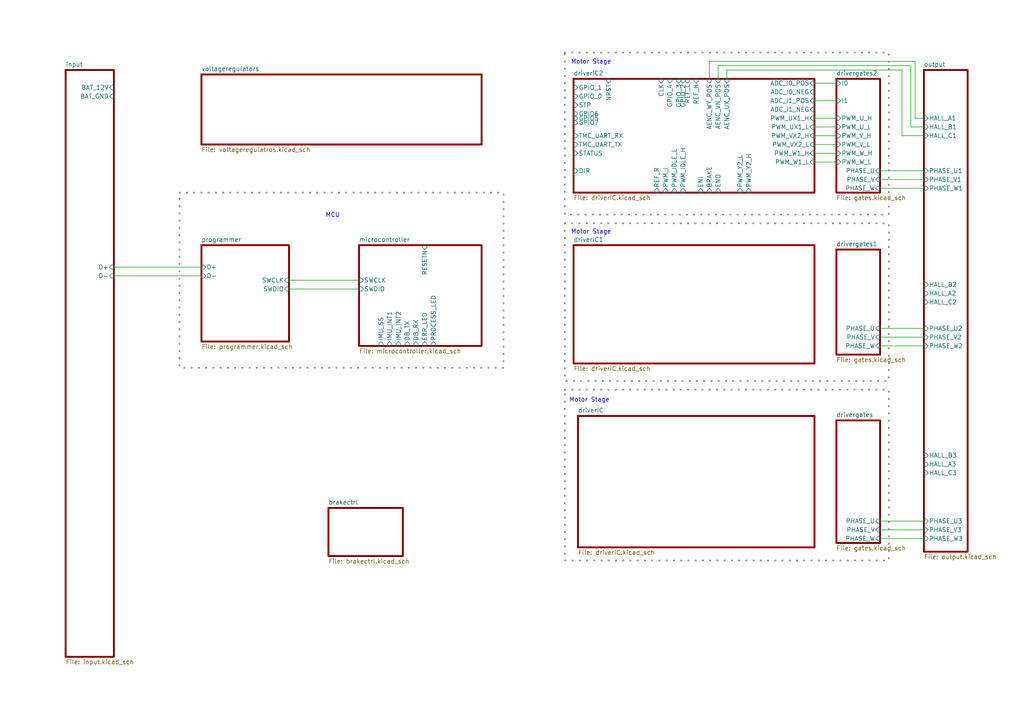
<source format=kicad_sch>
(kicad_sch
	(version 20231120)
	(generator "eeschema")
	(generator_version "8.0")
	(uuid "c7634e88-16d1-45ec-9aac-9c841e03cf6d")
	(paper "A4")
	(lib_symbols)
	(wire
		(pts
			(xy 236.22 44.45) (xy 242.57 44.45)
		)
		(stroke
			(width 0)
			(type default)
		)
		(uuid "04571961-bb7f-4cc8-a6b3-57e1b29d828b")
	)
	(wire
		(pts
			(xy 261.62 39.37) (xy 261.62 20.32)
		)
		(stroke
			(width 0)
			(type default)
		)
		(uuid "05cf0bd4-c9f2-4299-95d8-755d28674c04")
	)
	(wire
		(pts
			(xy 255.27 95.25) (xy 267.97 95.25)
		)
		(stroke
			(width 0)
			(type default)
		)
		(uuid "065881be-34ff-4729-ba62-d87c8d6e601a")
	)
	(wire
		(pts
			(xy 236.22 41.91) (xy 242.57 41.91)
		)
		(stroke
			(width 0)
			(type default)
		)
		(uuid "0f753932-1d40-45d0-a893-c90331c2f4c2")
	)
	(wire
		(pts
			(xy 255.27 54.61) (xy 267.97 54.61)
		)
		(stroke
			(width 0)
			(type default)
		)
		(uuid "0f88648d-1ce7-4b0c-94aa-427f967fabff")
	)
	(wire
		(pts
			(xy 236.22 39.37) (xy 242.57 39.37)
		)
		(stroke
			(width 0)
			(type default)
		)
		(uuid "2339f343-ef04-45b0-a85a-83948d5d3cb5")
	)
	(wire
		(pts
			(xy 267.97 39.37) (xy 261.62 39.37)
		)
		(stroke
			(width 0)
			(type default)
		)
		(uuid "2457e9a3-dfa1-4d56-862a-c016b0c80f12")
	)
	(wire
		(pts
			(xy 255.27 100.33) (xy 267.97 100.33)
		)
		(stroke
			(width 0)
			(type default)
		)
		(uuid "26fcbc6d-5fc0-44f1-82fb-1275cbe35032")
	)
	(wire
		(pts
			(xy 265.43 17.78) (xy 205.74 17.78)
		)
		(stroke
			(width 0)
			(type default)
		)
		(uuid "2976c00a-23d0-4069-ba1b-2045765d48c9")
	)
	(wire
		(pts
			(xy 33.02 80.01) (xy 58.42 80.01)
		)
		(stroke
			(width 0)
			(type default)
		)
		(uuid "33c36a6e-4bdd-43d3-9ded-2e55150abb4e")
	)
	(wire
		(pts
			(xy 265.43 34.29) (xy 265.43 17.78)
		)
		(stroke
			(width 0)
			(type default)
		)
		(uuid "37d198fd-1f1c-4d25-8cbf-35629c736303")
	)
	(wire
		(pts
			(xy 83.82 81.28) (xy 104.14 81.28)
		)
		(stroke
			(width 0)
			(type default)
		)
		(uuid "382ccccb-0f87-42ee-b38a-5fa94bd0e182")
	)
	(wire
		(pts
			(xy 83.82 83.82) (xy 104.14 83.82)
		)
		(stroke
			(width 0)
			(type default)
		)
		(uuid "46999ce0-7ed7-4715-b188-b54bd6dcd8b9")
	)
	(wire
		(pts
			(xy 264.16 19.05) (xy 208.28 19.05)
		)
		(stroke
			(width 0)
			(type default)
		)
		(uuid "4721fddf-8c9c-4dbc-b629-74993e3fd814")
	)
	(wire
		(pts
			(xy 255.27 97.79) (xy 267.97 97.79)
		)
		(stroke
			(width 0)
			(type default)
		)
		(uuid "4a7e9646-aa9f-4fce-b462-6b8eced82b90")
	)
	(wire
		(pts
			(xy 255.27 151.13) (xy 267.97 151.13)
		)
		(stroke
			(width 0)
			(type default)
		)
		(uuid "4dde2534-c716-4893-a451-6218550f5fb5")
	)
	(wire
		(pts
			(xy 236.22 24.13) (xy 242.57 24.13)
		)
		(stroke
			(width 0)
			(type default)
		)
		(uuid "505446f8-c673-4d64-a723-243a83f6b132")
	)
	(wire
		(pts
			(xy 208.28 19.05) (xy 208.28 22.86)
		)
		(stroke
			(width 0)
			(type default)
		)
		(uuid "55a1fbd1-d87a-4240-bfe8-38df0475d4f7")
	)
	(wire
		(pts
			(xy 255.27 52.07) (xy 267.97 52.07)
		)
		(stroke
			(width 0)
			(type default)
		)
		(uuid "61d437df-1d2f-4c3b-8ca4-8c8de24d258a")
	)
	(wire
		(pts
			(xy 267.97 36.83) (xy 264.16 36.83)
		)
		(stroke
			(width 0)
			(type default)
		)
		(uuid "626c3726-34d8-4537-a71c-d0c59b87e728")
	)
	(wire
		(pts
			(xy 267.97 34.29) (xy 265.43 34.29)
		)
		(stroke
			(width 0)
			(type default)
		)
		(uuid "6b87efcf-0443-41a5-a46d-74dae1a42914")
	)
	(wire
		(pts
			(xy 210.82 20.32) (xy 210.82 22.86)
		)
		(stroke
			(width 0)
			(type default)
		)
		(uuid "7292794a-fb99-475f-8c45-1369fe9a2870")
	)
	(wire
		(pts
			(xy 261.62 20.32) (xy 210.82 20.32)
		)
		(stroke
			(width 0)
			(type default)
		)
		(uuid "80ff231d-c9d8-4963-bb8f-fc450952195f")
	)
	(wire
		(pts
			(xy 255.27 156.21) (xy 267.97 156.21)
		)
		(stroke
			(width 0)
			(type default)
		)
		(uuid "85efe37c-437a-46bb-b714-be2c16d25293")
	)
	(wire
		(pts
			(xy 236.22 36.83) (xy 242.57 36.83)
		)
		(stroke
			(width 0)
			(type default)
		)
		(uuid "865f1c6d-ece7-4aa0-a4fa-74e7a322fa06")
	)
	(wire
		(pts
			(xy 236.22 34.29) (xy 242.57 34.29)
		)
		(stroke
			(width 0)
			(type default)
		)
		(uuid "8de82ee2-8275-43c8-ada0-36a37620e2f4")
	)
	(wire
		(pts
			(xy 255.27 49.53) (xy 267.97 49.53)
		)
		(stroke
			(width 0)
			(type default)
		)
		(uuid "a848f399-b57c-466c-9afe-22426fa4cbe5")
	)
	(wire
		(pts
			(xy 33.02 77.47) (xy 58.42 77.47)
		)
		(stroke
			(width 0)
			(type default)
		)
		(uuid "b8ec83c0-9d3e-48b6-9489-6378188e6cc8")
	)
	(wire
		(pts
			(xy 205.74 17.78) (xy 205.74 22.86)
		)
		(stroke
			(width 0)
			(type default)
		)
		(uuid "bcbcd3d3-3e1e-49e2-9780-4e89cbad5e55")
	)
	(wire
		(pts
			(xy 236.22 46.99) (xy 242.57 46.99)
		)
		(stroke
			(width 0)
			(type default)
		)
		(uuid "e49279b5-04ad-4794-a222-87d04f41038a")
	)
	(wire
		(pts
			(xy 255.27 153.67) (xy 267.97 153.67)
		)
		(stroke
			(width 0)
			(type default)
		)
		(uuid "eb49b71f-f4d0-48e1-a3c1-e456d2297034")
	)
	(wire
		(pts
			(xy 236.22 29.21) (xy 242.57 29.21)
		)
		(stroke
			(width 0)
			(type default)
		)
		(uuid "ee71b3a9-bd6a-400e-8549-4e06e78ee743")
	)
	(wire
		(pts
			(xy 264.16 36.83) (xy 264.16 19.05)
		)
		(stroke
			(width 0)
			(type default)
		)
		(uuid "fa8dc1bd-4a29-4789-983b-069c81c63fdb")
	)
	(rectangle
		(start 163.83 64.77)
		(end 257.81 110.49)
		(stroke
			(width 0.5)
			(type dot)
			(color 132 132 132 1)
		)
		(fill
			(type none)
		)
		(uuid 7ba90286-5edf-49a8-9901-aa4f80cf98ed)
	)
	(rectangle
		(start 163.83 15.24)
		(end 257.81 62.23)
		(stroke
			(width 0.5)
			(type dot)
			(color 132 132 132 1)
		)
		(fill
			(type none)
		)
		(uuid 89ae0da0-6d13-40e1-888c-558946975931)
	)
	(rectangle
		(start 163.83 113.03)
		(end 257.81 162.56)
		(stroke
			(width 0.5)
			(type dot)
			(color 132 132 132 1)
		)
		(fill
			(type none)
		)
		(uuid d119cdcc-ff54-4987-81d2-42ab89d50408)
	)
	(rectangle
		(start 52.07 55.88)
		(end 146.05 106.68)
		(stroke
			(width 0.5)
			(type dot)
			(color 132 132 132 1)
		)
		(fill
			(type none)
		)
		(uuid e81d2978-7bad-402c-8648-671640392bf2)
	)
	(text "MCU"
		(exclude_from_sim no)
		(at 96.52 62.484 0)
		(effects
			(font
				(size 1.27 1.27)
			)
		)
		(uuid "b0b6435e-f637-4dc8-b197-4633566efbf8")
	)
	(text "Motor Stage"
		(exclude_from_sim no)
		(at 171.45 18.034 0)
		(effects
			(font
				(size 1.27 1.27)
			)
		)
		(uuid "c5858e96-5931-4a7f-af44-3bce7be33640")
	)
	(text "Motor Stage"
		(exclude_from_sim no)
		(at 170.942 116.078 0)
		(effects
			(font
				(size 1.27 1.27)
			)
		)
		(uuid "d641d689-3eac-4ba7-8af3-628a257e4e1e")
	)
	(text "Motor Stage"
		(exclude_from_sim no)
		(at 171.45 67.31 0)
		(effects
			(font
				(size 1.27 1.27)
			)
		)
		(uuid "e449aee4-de4b-46b9-ab0e-516859dc8c5d")
	)
	(sheet
		(at 167.64 120.65)
		(size 68.58 38.1)
		(fields_autoplaced yes)
		(stroke
			(width 0.5)
			(type solid)
		)
		(fill
			(color 0 0 0 0.0000)
		)
		(uuid "095cf403-627e-473d-974a-cb1fe8ca8b1f")
		(property "Sheetname" "driverIC"
			(at 167.64 119.7646 0)
			(effects
				(font
					(size 1.27 1.27)
				)
				(justify left bottom)
			)
		)
		(property "Sheetfile" "driverIC.kicad_sch"
			(at 167.64 159.5084 0)
			(effects
				(font
					(size 1.27 1.27)
				)
				(justify left top)
			)
		)
		(instances
			(project "motordriver"
				(path "/c7634e88-16d1-45ec-9aac-9c841e03cf6d"
					(page "7")
				)
			)
		)
	)
	(sheet
		(at 19.05 20.32)
		(size 13.97 170.18)
		(fields_autoplaced yes)
		(stroke
			(width 0.5)
			(type solid)
		)
		(fill
			(color 0 0 0 0.0000)
		)
		(uuid "38bc72d2-c2f6-4538-9c33-e1ab2a8ac987")
		(property "Sheetname" "input"
			(at 19.05 19.4346 0)
			(effects
				(font
					(size 1.27 1.27)
				)
				(justify left bottom)
			)
		)
		(property "Sheetfile" "input.kicad_sch"
			(at 19.05 191.2584 0)
			(effects
				(font
					(size 1.27 1.27)
				)
				(justify left top)
			)
		)
		(pin "BAT_12V" input
			(at 33.02 25.4 0)
			(effects
				(font
					(size 1.27 1.27)
				)
				(justify right)
			)
			(uuid "b31eecae-60fb-414d-a70b-34d08c1ae6a8")
		)
		(pin "BAT_GND" input
			(at 33.02 27.94 0)
			(effects
				(font
					(size 1.27 1.27)
				)
				(justify right)
			)
			(uuid "e9d1bd2e-9eee-4b8a-b8c4-e3c570745ca1")
		)
		(pin "D+" input
			(at 33.02 77.47 0)
			(effects
				(font
					(size 1.27 1.27)
				)
				(justify right)
			)
			(uuid "a574579f-8e83-4b56-866e-ddcee05b0ebc")
		)
		(pin "D-" input
			(at 33.02 80.01 0)
			(effects
				(font
					(size 1.27 1.27)
				)
				(justify right)
			)
			(uuid "5fbe2461-66f9-456b-acbd-91ef64f92fbf")
		)
		(instances
			(project "motordriver"
				(path "/c7634e88-16d1-45ec-9aac-9c841e03cf6d"
					(page "5")
				)
			)
		)
	)
	(sheet
		(at 166.37 22.86)
		(size 69.85 33.02)
		(fields_autoplaced yes)
		(stroke
			(width 0.5)
			(type solid)
		)
		(fill
			(color 0 0 0 0.0000)
		)
		(uuid "3a57148f-9ebd-4906-ad6b-7dbf7876a4a8")
		(property "Sheetname" "driverIC2"
			(at 166.37 21.9746 0)
			(effects
				(font
					(size 1.27 1.27)
				)
				(justify left bottom)
			)
		)
		(property "Sheetfile" "driverIC.kicad_sch"
			(at 166.37 56.6384 0)
			(effects
				(font
					(size 1.27 1.27)
				)
				(justify left top)
			)
		)
		(pin "ADC_I1_POS" input
			(at 236.22 29.21 0)
			(effects
				(font
					(size 1.27 1.27)
				)
				(justify right)
			)
			(uuid "ef5cad3f-2458-41c0-a9b2-88c141f2c30b")
		)
		(pin "GPIO7" input
			(at 166.37 35.56 180)
			(effects
				(font
					(size 1.27 1.27)
				)
				(justify left)
			)
			(uuid "4a7b5d15-cd89-4bb6-b6db-deb122597ebf")
		)
		(pin "ADC_I1_NEG" input
			(at 236.22 31.75 0)
			(effects
				(font
					(size 1.27 1.27)
				)
				(justify right)
			)
			(uuid "5bd085b3-6688-462b-83ce-99792619f5ec")
		)
		(pin "ADC_I0_NEG" input
			(at 236.22 26.67 0)
			(effects
				(font
					(size 1.27 1.27)
				)
				(justify right)
			)
			(uuid "75aef437-50cb-44d7-8e63-b53f45919969")
		)
		(pin "TMC_UART_RX" input
			(at 166.37 39.37 180)
			(effects
				(font
					(size 1.27 1.27)
				)
				(justify left)
			)
			(uuid "eff8fd84-5ebe-4256-bb24-5a213b96ba42")
		)
		(pin "TMC_UART_TX" input
			(at 166.37 41.91 180)
			(effects
				(font
					(size 1.27 1.27)
				)
				(justify left)
			)
			(uuid "3dd596e0-d375-4faa-b931-6b2067bda470")
		)
		(pin "STATUS" input
			(at 166.37 44.45 180)
			(effects
				(font
					(size 1.27 1.27)
				)
				(justify left)
			)
			(uuid "bed744f3-7715-4e97-9bf7-e677ba69991d")
		)
		(pin "ADC_I0_POS" input
			(at 236.22 24.13 0)
			(effects
				(font
					(size 1.27 1.27)
				)
				(justify right)
			)
			(uuid "a0b08dbe-4bdf-44bb-88aa-81a0a79633b0")
		)
		(pin "GPIO5" input
			(at 166.37 34.29 180)
			(effects
				(font
					(size 1.27 1.27)
				)
				(justify left)
			)
			(uuid "593068c0-da7f-4de6-b413-10549e26bfb3")
		)
		(pin "GPIO6" input
			(at 166.37 33.02 180)
			(effects
				(font
					(size 1.27 1.27)
				)
				(justify left)
			)
			(uuid "296947a0-5196-48d5-b91a-df49e3367e90")
		)
		(pin "PWM_W1_H" input
			(at 236.22 44.45 0)
			(effects
				(font
					(size 1.27 1.27)
				)
				(justify right)
			)
			(uuid "b5c77b4b-1c45-44b6-a164-0e4531d722c1")
		)
		(pin "PWM_W1_L" input
			(at 236.22 46.99 0)
			(effects
				(font
					(size 1.27 1.27)
				)
				(justify right)
			)
			(uuid "53088ec6-a8f5-4b9a-aa4a-f943a8802847")
		)
		(pin "PWM_Y2_H" input
			(at 217.17 55.88 270)
			(effects
				(font
					(size 1.27 1.27)
				)
				(justify left)
			)
			(uuid "25f8a1bb-2a04-41e2-8f39-4ef58e0b2801")
		)
		(pin "PWM_UX1_L" input
			(at 236.22 36.83 0)
			(effects
				(font
					(size 1.27 1.27)
				)
				(justify right)
			)
			(uuid "e8484f5e-803c-4320-ac80-214cca95a355")
		)
		(pin "PWM_VX2_H" input
			(at 236.22 39.37 0)
			(effects
				(font
					(size 1.27 1.27)
				)
				(justify right)
			)
			(uuid "abd2b805-203e-46f4-ac97-fa8b54736901")
		)
		(pin "PWM_VX2_L" input
			(at 236.22 41.91 0)
			(effects
				(font
					(size 1.27 1.27)
				)
				(justify right)
			)
			(uuid "3fbad0e1-5138-4047-aa0f-d98f2a5afdc4")
		)
		(pin "PWM_UX1_H" input
			(at 236.22 34.29 0)
			(effects
				(font
					(size 1.27 1.27)
				)
				(justify right)
			)
			(uuid "ef863af8-6f46-45f1-b8f3-4f347ad5976f")
		)
		(pin "AENC_WY_POS" input
			(at 205.74 22.86 90)
			(effects
				(font
					(size 1.27 1.27)
				)
				(justify right)
			)
			(uuid "81d10064-9d25-40c4-860a-71f9f2d7c1a2")
		)
		(pin "AENC_VN_POS" input
			(at 208.28 22.86 90)
			(effects
				(font
					(size 1.27 1.27)
				)
				(justify right)
			)
			(uuid "c46b0135-dd8e-4177-8064-ca7c1d02274a")
		)
		(pin "PWM_I" input
			(at 193.04 55.88 270)
			(effects
				(font
					(size 1.27 1.27)
				)
				(justify left)
			)
			(uuid "20a5c126-2c72-4ce7-8912-34bfe4e0f422")
		)
		(pin "PWM_IDLE_H" input
			(at 198.12 55.88 270)
			(effects
				(font
					(size 1.27 1.27)
				)
				(justify left)
			)
			(uuid "4ade3fdd-e7d2-4f51-92f1-5c5f7614399e")
		)
		(pin "PWM_IDLE_L" input
			(at 195.58 55.88 270)
			(effects
				(font
					(size 1.27 1.27)
				)
				(justify left)
			)
			(uuid "7f236b79-1fd6-43b9-a510-f672a6f7964d")
		)
		(pin "STP" input
			(at 166.37 30.48 180)
			(effects
				(font
					(size 1.27 1.27)
				)
				(justify left)
			)
			(uuid "0dc36666-3c88-4ab3-9c79-d89178694a90")
		)
		(pin "GPIO_4" input
			(at 194.31 22.86 90)
			(effects
				(font
					(size 1.27 1.27)
				)
				(justify right)
			)
			(uuid "72ba4321-f8a3-4737-bde5-9138cb4fbd02")
		)
		(pin "GPIO_3" input
			(at 196.85 22.86 90)
			(effects
				(font
					(size 1.27 1.27)
				)
				(justify right)
			)
			(uuid "c8cb2830-4d4c-47d4-b558-d98ccb2edd92")
		)
		(pin "GPIO_2" input
			(at 198.12 22.86 90)
			(effects
				(font
					(size 1.27 1.27)
				)
				(justify right)
			)
			(uuid "ab11b5f0-b0df-4921-be2e-c9eefbfdfcb4")
		)
		(pin "REF_L" input
			(at 199.39 22.86 90)
			(effects
				(font
					(size 1.27 1.27)
				)
				(justify right)
			)
			(uuid "79e12ad5-6971-479e-afeb-3ed1bd442952")
		)
		(pin "REF_H" input
			(at 201.93 22.86 90)
			(effects
				(font
					(size 1.27 1.27)
				)
				(justify right)
			)
			(uuid "b376ac74-d85e-4295-92c1-78b51b9c5a3b")
		)
		(pin "CLK" input
			(at 191.77 22.86 90)
			(effects
				(font
					(size 1.27 1.27)
				)
				(justify right)
			)
			(uuid "52c36ed3-2bb0-4f48-982b-3d59e29e0f35")
		)
		(pin "ENI" input
			(at 203.2 55.88 270)
			(effects
				(font
					(size 1.27 1.27)
				)
				(justify left)
			)
			(uuid "00ac150f-aa41-4acb-b6e9-86cce626874c")
		)
		(pin "DIR" input
			(at 166.37 49.53 180)
			(effects
				(font
					(size 1.27 1.27)
				)
				(justify left)
			)
			(uuid "ce37c82e-9400-4c0e-b0df-28d57e17c731")
		)
		(pin "REF_R" input
			(at 190.5 55.88 270)
			(effects
				(font
					(size 1.27 1.27)
				)
				(justify left)
			)
			(uuid "1253e384-2127-400a-b4dd-03557e45b904")
		)
		(pin "GPIO_0" input
			(at 166.37 27.94 180)
			(effects
				(font
					(size 1.27 1.27)
				)
				(justify left)
			)
			(uuid "2b9c2530-36ae-43f5-a601-c3b4eb830873")
		)
		(pin "GPIO_1" input
			(at 166.37 25.4 180)
			(effects
				(font
					(size 1.27 1.27)
				)
				(justify left)
			)
			(uuid "217b3e1d-bb8c-4d50-81cf-8ead7ca6c910")
		)
		(pin "NRST" input
			(at 176.53 22.86 90)
			(effects
				(font
					(size 1.27 1.27)
				)
				(justify right)
			)
			(uuid "3a211422-9071-4eac-8ae7-cdc0482f5322")
		)
		(pin "PWM_Y2_L" input
			(at 214.63 55.88 270)
			(effects
				(font
					(size 1.27 1.27)
				)
				(justify left)
			)
			(uuid "7f01c7da-f291-413b-b449-6f17e3d2a87b")
		)
		(pin "AENC_UX_POS" input
			(at 210.82 22.86 90)
			(effects
				(font
					(size 1.27 1.27)
				)
				(justify right)
			)
			(uuid "1d63d40e-d45f-446b-bbed-57cbb82fafd4")
		)
		(pin "BRAKE" input
			(at 205.74 55.88 270)
			(effects
				(font
					(size 1.27 1.27)
				)
				(justify left)
			)
			(uuid "7859c69d-0ca5-40bc-aae1-0156017a1815")
		)
		(pin "ENO" input
			(at 208.28 55.88 270)
			(effects
				(font
					(size 1.27 1.27)
				)
				(justify left)
			)
			(uuid "51b7a171-8258-4d07-91f7-b11eec013d58")
		)
		(instances
			(project "motordriver"
				(path "/c7634e88-16d1-45ec-9aac-9c841e03cf6d"
					(page "13")
				)
			)
		)
	)
	(sheet
		(at 58.42 21.59)
		(size 81.28 20.32)
		(fields_autoplaced yes)
		(stroke
			(width 0.5)
			(type solid)
		)
		(fill
			(color 0 0 0 0.0000)
		)
		(uuid "40fe2217-7020-4fd5-b361-1423767f0697")
		(property "Sheetname" "voltageregulators"
			(at 58.42 20.7046 0)
			(effects
				(font
					(size 1.27 1.27)
				)
				(justify left bottom)
			)
		)
		(property "Sheetfile" "voltageregulatros.kicad_sch"
			(at 58.42 42.6684 0)
			(effects
				(font
					(size 1.27 1.27)
				)
				(justify left top)
			)
		)
		(instances
			(project "motordriver"
				(path "/c7634e88-16d1-45ec-9aac-9c841e03cf6d"
					(page "4")
				)
			)
		)
	)
	(sheet
		(at 242.57 22.86)
		(size 12.7 33.02)
		(fields_autoplaced yes)
		(stroke
			(width 0.5)
			(type solid)
		)
		(fill
			(color 0 0 0 0.0000)
		)
		(uuid "4adc8e75-6797-461c-8ad6-e6b779b2e551")
		(property "Sheetname" "drivergates2"
			(at 242.57 21.9746 0)
			(effects
				(font
					(size 1.27 1.27)
				)
				(justify left bottom)
			)
		)
		(property "Sheetfile" "gates.kicad_sch"
			(at 242.57 56.6384 0)
			(effects
				(font
					(size 1.27 1.27)
				)
				(justify left top)
			)
		)
		(pin "PHASE_U" input
			(at 255.27 49.53 0)
			(effects
				(font
					(size 1.27 1.27)
				)
				(justify right)
			)
			(uuid "372e9d36-d7b2-43ae-97c3-f07fd7bbdba0")
		)
		(pin "PHASE_V" input
			(at 255.27 52.07 0)
			(effects
				(font
					(size 1.27 1.27)
				)
				(justify right)
			)
			(uuid "b153355e-faf9-4a88-b1e4-d6351f0ea759")
		)
		(pin "PHASE_W" input
			(at 255.27 54.61 0)
			(effects
				(font
					(size 1.27 1.27)
				)
				(justify right)
			)
			(uuid "34f6c248-07cc-4b94-ba93-11527d61560d")
		)
		(pin "I0" input
			(at 242.57 24.13 180)
			(effects
				(font
					(size 1.27 1.27)
				)
				(justify left)
			)
			(uuid "1cd485a1-0b3a-4497-8c76-09ac0897b891")
		)
		(pin "I1" input
			(at 242.57 29.21 180)
			(effects
				(font
					(size 1.27 1.27)
				)
				(justify left)
			)
			(uuid "90a2f202-2675-43a2-a040-a34bd6f3f1e4")
		)
		(pin "PWM_W_H" input
			(at 242.57 44.45 180)
			(effects
				(font
					(size 1.27 1.27)
				)
				(justify left)
			)
			(uuid "6757ecc7-87dc-4d82-8404-f817b68da212")
		)
		(pin "PWM_W_L" input
			(at 242.57 46.99 180)
			(effects
				(font
					(size 1.27 1.27)
				)
				(justify left)
			)
			(uuid "df221f92-ff45-4fe8-9281-276759469d11")
		)
		(pin "PWM_U_H" input
			(at 242.57 34.29 180)
			(effects
				(font
					(size 1.27 1.27)
				)
				(justify left)
			)
			(uuid "5f090b4c-6896-4910-90ca-ce4833732f1a")
		)
		(pin "PWM_U_L" input
			(at 242.57 36.83 180)
			(effects
				(font
					(size 1.27 1.27)
				)
				(justify left)
			)
			(uuid "0ef6b1c2-64a0-4ede-bd93-a893ceba9e81")
		)
		(pin "PWM_V_L" input
			(at 242.57 41.91 180)
			(effects
				(font
					(size 1.27 1.27)
				)
				(justify left)
			)
			(uuid "7cbe6236-6cb8-4669-b9e4-7065cd0ed5a8")
		)
		(pin "PWM_V_H" input
			(at 242.57 39.37 180)
			(effects
				(font
					(size 1.27 1.27)
				)
				(justify left)
			)
			(uuid "422fdf2c-7dad-49a2-add8-1bf7876598fa")
		)
		(instances
			(project "motordriver"
				(path "/c7634e88-16d1-45ec-9aac-9c841e03cf6d"
					(page "14")
				)
			)
		)
	)
	(sheet
		(at 267.97 20.32)
		(size 12.7 139.7)
		(fields_autoplaced yes)
		(stroke
			(width 0.5)
			(type solid)
		)
		(fill
			(color 0 0 0 0.0000)
		)
		(uuid "5d8f5153-26a2-4903-a925-dc0c63f77bf7")
		(property "Sheetname" "output"
			(at 267.97 19.4346 0)
			(effects
				(font
					(size 1.27 1.27)
				)
				(justify left bottom)
			)
		)
		(property "Sheetfile" "output.kicad_sch"
			(at 267.97 160.7784 0)
			(effects
				(font
					(size 1.27 1.27)
				)
				(justify left top)
			)
		)
		(pin "HALL_B1" input
			(at 267.97 36.83 180)
			(effects
				(font
					(size 1.27 1.27)
				)
				(justify left)
			)
			(uuid "304e57f1-c2e8-493a-a94c-095bd30f88f4")
		)
		(pin "HALL_A1" input
			(at 267.97 34.29 180)
			(effects
				(font
					(size 1.27 1.27)
				)
				(justify left)
			)
			(uuid "ee60aad6-12be-48a3-9e83-ad69d2221ded")
		)
		(pin "HALL_C1" input
			(at 267.97 39.37 180)
			(effects
				(font
					(size 1.27 1.27)
				)
				(justify left)
			)
			(uuid "080958d4-2f9d-4c39-b17e-066e8ad223c0")
		)
		(pin "PHASE_U2" input
			(at 267.97 95.25 180)
			(effects
				(font
					(size 1.27 1.27)
				)
				(justify left)
			)
			(uuid "d0b4ef47-5d1b-4dbc-adb3-c502b9fd65be")
		)
		(pin "PHASE_V1" input
			(at 267.97 52.07 180)
			(effects
				(font
					(size 1.27 1.27)
				)
				(justify left)
			)
			(uuid "193e800c-8bb8-4130-bef6-1852498dbb79")
		)
		(pin "PHASE_U1" input
			(at 267.97 49.53 180)
			(effects
				(font
					(size 1.27 1.27)
				)
				(justify left)
			)
			(uuid "042ae849-f79e-4863-b0a8-63f497846b2d")
		)
		(pin "PHASE_W1" input
			(at 267.97 54.61 180)
			(effects
				(font
					(size 1.27 1.27)
				)
				(justify left)
			)
			(uuid "0d84d9f5-5667-4a6f-9dcf-7b1ae32c97e2")
		)
		(pin "PHASE_U3" input
			(at 267.97 151.13 180)
			(effects
				(font
					(size 1.27 1.27)
				)
				(justify left)
			)
			(uuid "be6c98f2-b077-4ff0-9882-98985be2e05f")
		)
		(pin "PHASE_V3" input
			(at 267.97 153.67 180)
			(effects
				(font
					(size 1.27 1.27)
				)
				(justify left)
			)
			(uuid "d3006608-aa8d-45e9-b7b7-92c932518f0d")
		)
		(pin "PHASE_W3" input
			(at 267.97 156.21 180)
			(effects
				(font
					(size 1.27 1.27)
				)
				(justify left)
			)
			(uuid "0ee22d8f-b8a8-457b-81f8-4ee53c08f169")
		)
		(pin "HALL_C2" input
			(at 267.97 87.63 180)
			(effects
				(font
					(size 1.27 1.27)
				)
				(justify left)
			)
			(uuid "11bdc71a-cbea-459a-bd7a-7d0d23273efa")
		)
		(pin "HALL_A2" input
			(at 267.97 85.09 180)
			(effects
				(font
					(size 1.27 1.27)
				)
				(justify left)
			)
			(uuid "5f21d7df-80ea-43dd-adf1-35eb8424f0e7")
		)
		(pin "HALL_B2" input
			(at 267.97 82.55 180)
			(effects
				(font
					(size 1.27 1.27)
				)
				(justify left)
			)
			(uuid "350ffe5f-ea9f-4536-96fc-2d5b347cdfa4")
		)
		(pin "PHASE_V2" input
			(at 267.97 97.79 180)
			(effects
				(font
					(size 1.27 1.27)
				)
				(justify left)
			)
			(uuid "aefedaeb-ae89-4f87-a389-db7a5e2e23f3")
		)
		(pin "PHASE_W2" input
			(at 267.97 100.33 180)
			(effects
				(font
					(size 1.27 1.27)
				)
				(justify left)
			)
			(uuid "f412664d-8a85-401a-a6fb-0fa6a7d4e8c4")
		)
		(pin "HALL_B3" input
			(at 267.97 132.08 180)
			(effects
				(font
					(size 1.27 1.27)
				)
				(justify left)
			)
			(uuid "bba4f4f8-3765-45de-a7f2-3dc9169e012d")
		)
		(pin "HALL_A3" input
			(at 267.97 134.62 180)
			(effects
				(font
					(size 1.27 1.27)
				)
				(justify left)
			)
			(uuid "fe2fb522-7cd2-4694-8c98-2940480b7074")
		)
		(pin "HALL_C3" input
			(at 267.97 137.16 180)
			(effects
				(font
					(size 1.27 1.27)
				)
				(justify left)
			)
			(uuid "221aaeb8-bb99-4164-aee3-f9f8dbafdca7")
		)
		(instances
			(project "motordriver"
				(path "/c7634e88-16d1-45ec-9aac-9c841e03cf6d"
					(page "16")
				)
			)
		)
	)
	(sheet
		(at 58.42 71.12)
		(size 25.4 27.94)
		(fields_autoplaced yes)
		(stroke
			(width 0.5)
			(type solid)
		)
		(fill
			(color 0 0 0 0.0000)
		)
		(uuid "7ab13b98-13da-46e6-9185-f3e4f2d07aff")
		(property "Sheetname" "programmer"
			(at 58.42 70.2346 0)
			(effects
				(font
					(size 1.27 1.27)
				)
				(justify left bottom)
			)
		)
		(property "Sheetfile" "programmer.kicad_sch"
			(at 58.42 99.8184 0)
			(effects
				(font
					(size 1.27 1.27)
				)
				(justify left top)
			)
		)
		(pin "D+" input
			(at 58.42 77.47 180)
			(effects
				(font
					(size 1.27 1.27)
				)
				(justify left)
			)
			(uuid "a0240db4-3520-4d3b-b9be-0417d411f4a1")
		)
		(pin "D-" input
			(at 58.42 80.01 180)
			(effects
				(font
					(size 1.27 1.27)
				)
				(justify left)
			)
			(uuid "192f56a0-b943-474f-80e2-242f459e9275")
		)
		(pin "SWCLK" input
			(at 83.82 81.28 0)
			(effects
				(font
					(size 1.27 1.27)
				)
				(justify right)
			)
			(uuid "59062b3e-6162-4744-8c1f-2aa529d84211")
		)
		(pin "SWDIO" input
			(at 83.82 83.82 0)
			(effects
				(font
					(size 1.27 1.27)
				)
				(justify right)
			)
			(uuid "20c718eb-4b30-4c99-b861-b327be0ceb32")
		)
		(instances
			(project "motordriver"
				(path "/c7634e88-16d1-45ec-9aac-9c841e03cf6d"
					(page "9")
				)
			)
		)
	)
	(sheet
		(at 104.14 71.12)
		(size 35.56 29.21)
		(fields_autoplaced yes)
		(stroke
			(width 0.5)
			(type solid)
		)
		(fill
			(color 0 0 0 0.0000)
		)
		(uuid "9ebbb593-eaf1-4a56-ba2a-164e20b1d55e")
		(property "Sheetname" "microcontroller"
			(at 104.14 70.2346 0)
			(effects
				(font
					(size 1.27 1.27)
				)
				(justify left bottom)
			)
		)
		(property "Sheetfile" "microcontroller.kicad_sch"
			(at 104.14 101.0884 0)
			(effects
				(font
					(size 1.27 1.27)
				)
				(justify left top)
			)
		)
		(pin "RESETN" input
			(at 123.19 71.12 90)
			(effects
				(font
					(size 1.27 1.27)
				)
				(justify right)
			)
			(uuid "6bd3f699-6b72-44cc-b469-12147d793cd3")
		)
		(pin "SWCLK" input
			(at 104.14 81.28 180)
			(effects
				(font
					(size 1.27 1.27)
				)
				(justify left)
			)
			(uuid "90826bb0-9057-464d-973e-8b9e9312e9e2")
		)
		(pin "SWDIO" input
			(at 104.14 83.82 180)
			(effects
				(font
					(size 1.27 1.27)
				)
				(justify left)
			)
			(uuid "f24a5435-9edb-4d21-bc4f-bdd861502e83")
		)
		(pin "IMU_SS" input
			(at 110.49 100.33 270)
			(effects
				(font
					(size 1.27 1.27)
				)
				(justify left)
			)
			(uuid "6b8d3115-40d4-4070-86b8-1915efce9767")
		)
		(pin "IMU_INT1" input
			(at 113.03 100.33 270)
			(effects
				(font
					(size 1.27 1.27)
				)
				(justify left)
			)
			(uuid "8d5e1712-8c9e-48bf-8e12-1fb7d8d99f56")
		)
		(pin "IMU_INT2" input
			(at 115.57 100.33 270)
			(effects
				(font
					(size 1.27 1.27)
				)
				(justify left)
			)
			(uuid "9a6ddd92-a205-453b-85b7-20032f0a1aee")
		)
		(pin "DB_TX" input
			(at 118.11 100.33 270)
			(effects
				(font
					(size 1.27 1.27)
				)
				(justify left)
			)
			(uuid "3e80bb22-5d41-4825-9042-d71e13f41c9b")
		)
		(pin "DB_RX" input
			(at 120.65 100.33 270)
			(effects
				(font
					(size 1.27 1.27)
				)
				(justify left)
			)
			(uuid "b96c5eab-f9d8-4976-af9a-64e96f028cfe")
		)
		(pin "ERR_LED" input
			(at 123.19 100.33 270)
			(effects
				(font
					(size 1.27 1.27)
				)
				(justify left)
			)
			(uuid "5f1696d6-de6c-4e90-bda3-13b32b8d6754")
		)
		(pin "PROCESS_LED" input
			(at 125.73 100.33 270)
			(effects
				(font
					(size 1.27 1.27)
				)
				(justify left)
			)
			(uuid "98f5ac54-0c65-44ed-addd-7c7fde5f641c")
		)
		(instances
			(project "motordriver"
				(path "/c7634e88-16d1-45ec-9aac-9c841e03cf6d"
					(page "8")
				)
			)
		)
	)
	(sheet
		(at 166.37 71.12)
		(size 69.85 34.29)
		(fields_autoplaced yes)
		(stroke
			(width 0.5)
			(type solid)
		)
		(fill
			(color 0 0 0 0.0000)
		)
		(uuid "acd3f6cb-f2e2-4fe4-b3cb-86a86a6f231d")
		(property "Sheetname" "driverIC1"
			(at 166.37 70.2346 0)
			(effects
				(font
					(size 1.27 1.27)
				)
				(justify left bottom)
			)
		)
		(property "Sheetfile" "driverIC.kicad_sch"
			(at 166.37 106.1684 0)
			(effects
				(font
					(size 1.27 1.27)
				)
				(justify left top)
			)
		)
		(instances
			(project "motordriver"
				(path "/c7634e88-16d1-45ec-9aac-9c841e03cf6d"
					(page "10")
				)
			)
		)
	)
	(sheet
		(at 95.25 147.32)
		(size 21.59 13.97)
		(fields_autoplaced yes)
		(stroke
			(width 0.5)
			(type solid)
		)
		(fill
			(color 0 0 0 0.0000)
		)
		(uuid "b555d9bd-a3b8-401d-a289-b1ff04158553")
		(property "Sheetname" "brakectrl"
			(at 95.25 146.4346 0)
			(effects
				(font
					(size 1.27 1.27)
				)
				(justify left bottom)
			)
		)
		(property "Sheetfile" "brakectrl.kicad_sch"
			(at 95.25 162.0484 0)
			(effects
				(font
					(size 1.27 1.27)
				)
				(justify left top)
			)
		)
		(instances
			(project "motordriver"
				(path "/c7634e88-16d1-45ec-9aac-9c841e03cf6d"
					(page "7")
				)
			)
		)
	)
	(sheet
		(at 242.57 121.92)
		(size 12.7 35.56)
		(fields_autoplaced yes)
		(stroke
			(width 0.5)
			(type solid)
		)
		(fill
			(color 0 0 0 0.0000)
		)
		(uuid "b5eb0271-9027-4941-b236-8f001fce8a08")
		(property "Sheetname" "drivergates"
			(at 242.57 121.0346 0)
			(effects
				(font
					(size 1.27 1.27)
				)
				(justify left bottom)
			)
		)
		(property "Sheetfile" "gates.kicad_sch"
			(at 242.57 158.2384 0)
			(effects
				(font
					(size 1.27 1.27)
				)
				(justify left top)
			)
		)
		(pin "PHASE_U" input
			(at 255.27 151.13 0)
			(effects
				(font
					(size 1.27 1.27)
				)
				(justify right)
			)
			(uuid "ae6a6be0-2d5c-49df-9eac-9af7ea45479f")
		)
		(pin "PHASE_V" input
			(at 255.27 153.67 0)
			(effects
				(font
					(size 1.27 1.27)
				)
				(justify right)
			)
			(uuid "e26375be-117e-419e-b8de-2181fb632073")
		)
		(pin "PHASE_W" input
			(at 255.27 156.21 0)
			(effects
				(font
					(size 1.27 1.27)
				)
				(justify right)
			)
			(uuid "ae5094c4-5757-4f5f-b23b-f78ae76c0b93")
		)
		(instances
			(project "motordriver"
				(path "/c7634e88-16d1-45ec-9aac-9c841e03cf6d"
					(page "3")
				)
			)
		)
	)
	(sheet
		(at 242.57 72.39)
		(size 12.7 30.48)
		(fields_autoplaced yes)
		(stroke
			(width 0.5)
			(type solid)
		)
		(fill
			(color 0 0 0 0.0000)
		)
		(uuid "d2c99155-6dc4-4cef-b7d8-f7ba5e4118d0")
		(property "Sheetname" "drivergates1"
			(at 242.57 71.5046 0)
			(effects
				(font
					(size 1.27 1.27)
				)
				(justify left bottom)
			)
		)
		(property "Sheetfile" "gates.kicad_sch"
			(at 242.57 103.6284 0)
			(effects
				(font
					(size 1.27 1.27)
				)
				(justify left top)
			)
		)
		(pin "PHASE_U" input
			(at 255.27 95.25 0)
			(effects
				(font
					(size 1.27 1.27)
				)
				(justify right)
			)
			(uuid "9097c7e4-71e5-4c10-ba8d-90ff8028d468")
		)
		(pin "PHASE_V" input
			(at 255.27 97.79 0)
			(effects
				(font
					(size 1.27 1.27)
				)
				(justify right)
			)
			(uuid "1dd5e70e-bf68-47a1-a8c3-2ec98881ab11")
		)
		(pin "PHASE_W" input
			(at 255.27 100.33 0)
			(effects
				(font
					(size 1.27 1.27)
				)
				(justify right)
			)
			(uuid "6fe2e3c0-756b-4153-ad48-3e7c96fec402")
		)
		(instances
			(project "motordriver"
				(path "/c7634e88-16d1-45ec-9aac-9c841e03cf6d"
					(page "11")
				)
			)
		)
	)
	(sheet_instances
		(path "/"
			(page "1")
		)
	)
)

</source>
